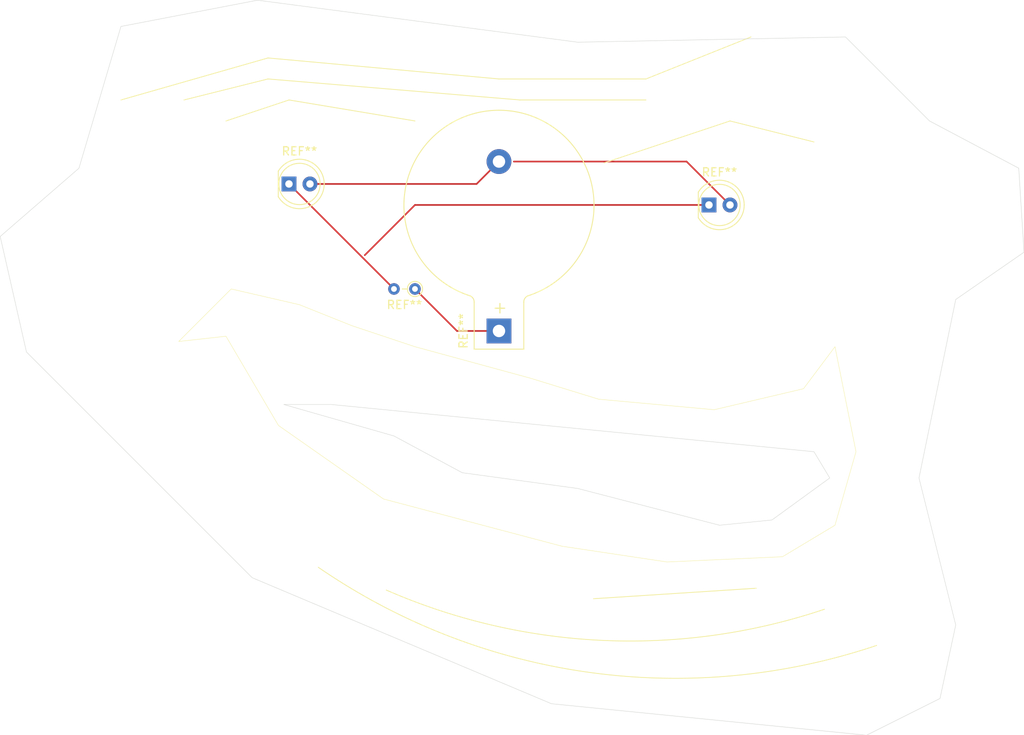
<source format=kicad_pcb>
(kicad_pcb (version 20240108) (generator "pcbnew") (generator_version "8.0")
  (layers (0 "F.Cu" signal) (31 "B.Cu" signal) (34 "B.Paste" user) (35 "F.Paste" user) (36 "B.SilkS" user "B.Silkscreen") (37 "F.SilkS" user "F.Silkscreen") (38 "B.Mask" user) (39 "F.Mask" user) (44 "Edge.Cuts" user))
  (net 0 "")
  (footprint "LED_THT:LED_D5.0mm" (layer "F.Cu") (at 101.6 63.5)
    (property "Reference" "REF**" (at 1.27 -3.96 0) (layer "F.SilkS"))
    (property "Value" "LED_D5.0mm")
    (fp_line (start -1.29 -1.545) (end -1.29 1.545) (stroke (width 0.12)) (layer "F.SilkS"))
    (fp_arc (start -1.29 -1.54483) (mid 2.072002 -2.880433) (end 4.26 0.000462) (stroke (width 0.12)) (layer "F.SilkS"))
    (fp_arc (start 4.26 -0.000462) (mid 2.072002 2.880433) (end -1.29 1.54483) (stroke (width 0.12)) (layer "F.SilkS"))
    (fp_circle (center 1.27 0) (end 3.77 0) (stroke (width 0.12)) (fill none) (layer "F.SilkS"))
    (pad "1" thru_hole rect (at 0 0) (size 1.8 1.8) (drill 0.9) (layers "*.Cu" "*.Mask"))
    (pad "2" thru_hole circle (at 2.54 0) (size 1.8 1.8) (drill 0.9) (layers "*.Cu" "*.Mask"))
  )
  (footprint "LED_THT:LED_D5.0mm" (layer "F.Cu") (at 152.4 66.04)
    (property "Reference" "REF**" (at 1.27 -3.96 0) (layer "F.SilkS"))
    (property "Value" "LED_D5.0mm")
    (fp_line (start -1.29 -1.545) (end -1.29 1.545) (stroke (width 0.12)) (layer "F.SilkS"))
    (fp_arc (start -1.29 -1.54483) (mid 2.072002 -2.880433) (end 4.26 0.000462) (stroke (width 0.12)) (layer "F.SilkS"))
    (fp_arc (start 4.26 -0.000462) (mid 2.072002 2.880433) (end -1.29 1.54483) (stroke (width 0.12)) (layer "F.SilkS"))
    (fp_circle (center 1.27 0) (end 3.77 0) (stroke (width 0.12)) (fill none) (layer "F.SilkS"))
    (pad "1" thru_hole rect (at 0 0) (size 1.8 1.8) (drill 0.9) (layers "*.Cu" "*.Mask"))
    (pad "2" thru_hole circle (at 2.54 0) (size 1.8 1.8) (drill 0.9) (layers "*.Cu" "*.Mask"))
  )
  (footprint "Battery:BatteryHolder_Keystone_103_1x20mm" (layer "F.Cu") (at 127 81.28 90)
    (property "Reference" "REF**" (at 0 -4.3 90) (layer "F.SilkS"))
    (property "Value" "BatteryHolder_Keystone_103_1x20mm")
    (fp_line (start -2.2 -3) (end 3.5 -3) (stroke (width 0.12)) (layer "F.SilkS"))
    (fp_line (start -2.2 3) (end -2.2 -3) (stroke (width 0.12)) (layer "F.SilkS"))
    (fp_line (start -2.2 3) (end 3.5 3) (stroke (width 0.12)) (layer "F.SilkS"))
    (fp_arc (start 4.25 -3.5) (mid 3.950694 -3.136459) (end 3.5 -3) (stroke (width 0.12)) (layer "F.SilkS"))
    (fp_arc (start 4.25 -3.5) (mid 16.971103 -11.358466) (end 26.695671 0) (stroke (width 0.12)) (layer "F.SilkS"))
    (fp_arc (start 26.695671 0) (mid 16.971103 11.358466) (end 4.25 3.5) (stroke (width 0.12)) (layer "F.SilkS"))
    (fp_arc (start 3.5 3) (mid 3.950694 3.136459) (end 4.25 3.5) (stroke (width 0.12)) (layer "F.SilkS"))
    (fp_text user "+" (at 2.75 0 90) (layer "F.SilkS") (effects (font (size 1.5 1.5))))
    (pad "1" thru_hole rect (at 0 0 90) (size 3 3) (drill 1.5) (layers "*.Cu" "*.Mask"))
    (pad "2" thru_hole circle (at 20.49 0 90) (size 3 3) (drill 1.5) (layers "*.Cu" "*.Mask"))
  )
  (footprint "Resistor_THT:R_Axial_DIN0204_L3.6mm_D1.6mm_P2.54mm_Vertical" (layer "F.Cu") (at 116.84 76.2 180)
    (property "Reference" "REF**" (at 1.27 -1.92 360) (layer "F.SilkS"))
    (property "Value" "R_Axial_DIN0204_L3.6mm_D1.6mm_P2.54mm_Vertical")
    (fp_line (start 0.92 0) (end 1.54 0) (stroke (width 0.12)) (layer "F.SilkS"))
    (fp_circle (center 0 0) (end 0.92 0) (stroke (width 0.12)) (fill none) (layer "F.SilkS"))
    (pad "1" thru_hole circle (at 0 0 180) (size 1.4 1.4) (drill 0.7) (layers "*.Cu" "*.Mask"))
    (pad "2" thru_hole oval (at 2.54 0 180) (size 1.4 1.4) (drill 0.7) (layers "*.Cu" "*.Mask"))
  )
  (gr_arc (start 172.680054 119.311702) (mid 137.795 122.555) (end 105.141066 109.858285) (stroke (width 0.1)) (layer "F.SilkS"))
  (gr_line (start 138.43 113.665) (end 158.115 112.395) (stroke (width 0.1)) (layer "F.SilkS"))
  (gr_line (start 99.06 48.26) (end 81.28 53.34) (stroke (width 0.1)) (layer "F.SilkS"))
  (gr_line (start 154.94 55.88) (end 165.1 58.42) (stroke (width 0.1)) (layer "F.SilkS"))
  (gr_arc (start 166.37 114.935) (mid 139.654583 118.710175) (end 113.370825 112.616779) (stroke (width 0.1)) (layer "F.SilkS"))
  (gr_line (start 99.06 50.8) (end 129.54 53.34) (stroke (width 0.1)) (layer "F.SilkS"))
  (gr_line (start 144.78 50.8) (end 127 50.8) (stroke (width 0.1)) (layer "F.SilkS"))
  (gr_poly (pts (xy 94.615 76.2) (xy 88.265 82.55) (xy 93.98 81.915) (xy 100.33 92.71) (xy 113.03 101.6) (xy 134.62 107.315) (xy 147.32 109.22) (xy 161.29 108.585) (xy 167.64 104.775) (xy 170.18 95.885) (xy 167.64 83.185) (xy 163.83 88.265) (xy 153.035 90.805) (xy 139.065 89.535) (xy 130.81 86.995) (xy 116.84 83.185) (xy 109.22 80.645) (xy 102.87 78.105)) (stroke (width 0.05)) (fill none) (layer "F.SilkS"))
  (gr_line (start 101.6 53.34) (end 116.84 55.88) (stroke (width 0.1)) (layer "F.SilkS"))
  (gr_line (start 88.9 53.34) (end 99.06 50.8) (stroke (width 0.1)) (layer "F.SilkS"))
  (gr_line (start 127 50.8) (end 99.06 48.26) (stroke (width 0.1)) (layer "F.SilkS"))
  (gr_line (start 157.48 45.72) (end 144.78 50.8) (stroke (width 0.1)) (layer "F.SilkS"))
  (gr_line (start 129.54 53.34) (end 144.78 53.34) (stroke (width 0.1)) (layer "F.SilkS"))
  (gr_line (start 93.98 55.88) (end 101.6 53.34) (stroke (width 0.1)) (layer "F.SilkS"))
  (gr_line (start 139.7 60.96) (end 154.94 55.88) (stroke (width 0.1)) (layer "F.SilkS"))
  (gr_poly (pts (xy 97.79 41.275) (xy 136.525 46.355) (xy 168.91 45.72) (xy 179.07 55.88) (xy 189.865 61.595) (xy 190.5 71.755) (xy 182.245 77.47) (xy 177.8 99.06) (xy 182.245 116.84) (xy 180.34 125.73) (xy 171.45 130.175) (xy 133.35 126.365) (xy 97.155 111.125) (xy 69.85 83.82) (xy 66.675 69.85) (xy 76.2 61.595) (xy 81.28 44.45)) (stroke (width 0.05)) (fill none) (layer "Edge.Cuts"))
  (gr_poly (pts (xy 100.965 90.17) (xy 114.3 93.98) (xy 122.555 98.425) (xy 136.525 100.33) (xy 153.67 104.775) (xy 160.02 104.14) (xy 167.005 99.06) (xy 165.1 95.885) (xy 106.68 90.17)) (stroke (width 0.05)) (fill none) (layer "Edge.Cuts"))
  (segment (start 152.4 66.04) (end 116.84 66.04) (width 0.2) (layer "F.Cu") (net 0))
  (segment (start 124.29 63.5) (end 127 60.79) (width 0.2) (layer "F.Cu") (net 0))
  (segment (start 116.84 66.04) (end 110.772843 72.107157) (width 0.2) (layer "F.Cu") (net 0))
  (segment (start 121.92 81.28) (end 116.84 76.2) (width 0.2) (layer "F.Cu") (net 0))
  (segment (start 154.94 66.04) (end 149.69 60.79) (width 0.2) (layer "F.Cu") (net 0))
  (segment (start 149.69 60.79) (end 128.8 60.79) (width 0.2) (layer "F.Cu") (net 0))
  (segment (start 104.14 63.5) (end 124.29 63.5) (width 0.2) (layer "F.Cu") (net 0))
  (segment (start 127 81.28) (end 121.92 81.28) (width 0.2) (layer "F.Cu") (net 0))
  (segment (start 114.3 76.2) (end 101.6 63.5) (width 0.2) (layer "F.Cu") (net 0))
)
</source>
